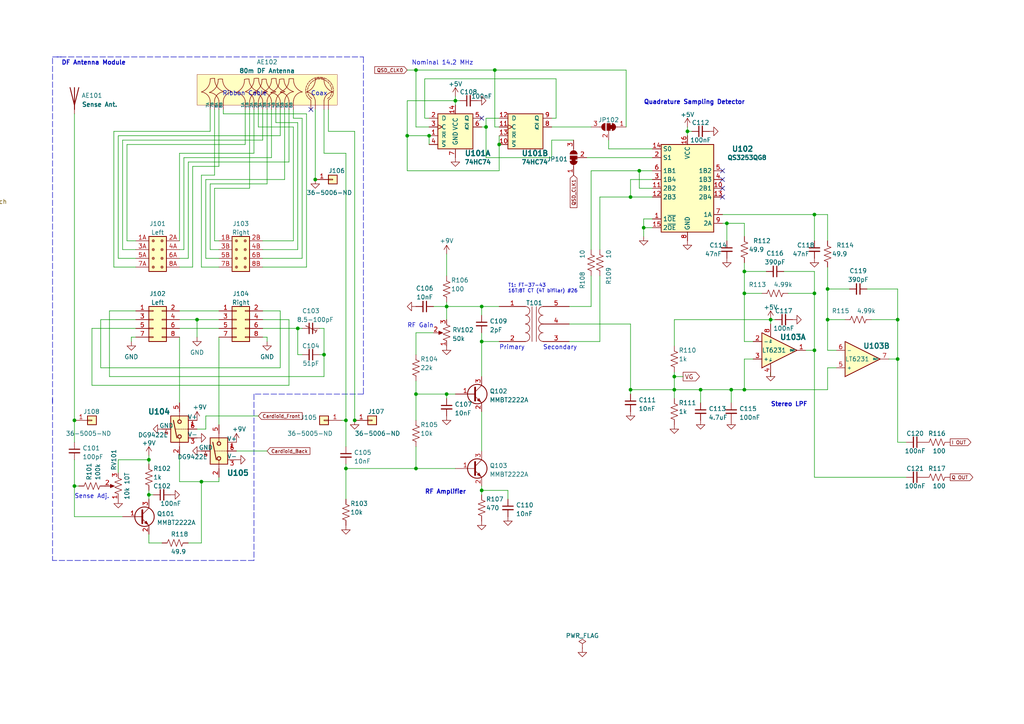
<source format=kicad_sch>
(kicad_sch (version 20211123) (generator eeschema)
  (paper "A4")
  (title_block (title "SignalSnagger") (date "2023-12-10") (rev "0.16"))
  (lib_symbols
    (symbol "74xx:74HC74" (pin_names (offset 1.016))
      (property "Reference" "U101" (at 2.54 -6.35 0))
      (property "Value" "74HC74" (at 2.54 -8.89 0))
      (symbol "74HC74_1_0"
        (pin input line (at -7.62 -1.27 0) (length 2.54) (name "~{R}") (number "1"))
        (pin power_in line (at 0 7.62 270) (length 2.54) (name "VCC") (number "14"))
        (pin input line (at -7.62 3.81 0) (length 2.54) (name "D") (number "2"))
        (pin input clock (at -7.62 1.27 0) (length 2.54) (name "C") (number "3"))
        (pin input line (at -7.62 -3.81 0) (length 2.54) (name "~{S}") (number "4"))
        (pin output line (at 7.62 3.81 180) (length 2.54) (name "Q") (number "5"))
        (pin output line (at 7.62 1.27 180) (length 2.54) (name "~{Q}") (number "6"))
        (pin power_in line (at 0 -7.62 90) (length 2.54) (name "GND") (number "7"))
      )
      (symbol "74HC74_2_0"
        (pin input line (at -7.62 -3.81 0) (length 2.54) (name "~{S}") (number "10"))
        (pin input clock (at -7.62 1.27 0) (length 2.54) (name "C") (number "11"))
        (pin input line (at -7.62 3.81 0) (length 2.54) (name "D") (number "12"))
        (pin input line (at -7.62 -1.27 0) (length 2.54) (name "~{R}") (number "13"))
        (pin output line (at 7.62 1.27 180) (length 2.54) (name "~{Q}") (number "8"))
        (pin output line (at 7.62 3.81 180) (length 2.54) (name "Q") (number "9"))
      )
    )
    (symbol "Amplifier_Operational:LT6231"
      (property "Reference" "U?" (at 5.08 5.08 0))
      (property "Value" "LT6231" (at 7.62 2.54 0))
      (symbol "LT6231_1_1"
        (pin output line (at 7.62 0 180) (length 2.54) (name "OUT") (number "1"))
        (pin input line (at -7.62 -2.54 0) (length 2.54) (name "-") (number "2"))
        (pin input line (at -7.62 2.54 0) (length 2.54) (name "+") (number "3"))
        (pin power_in line (at -2.54 7.62 270) (length 3.81) (name "V-") (number "4"))
        (pin power_in line (at -2.54 -7.62 90) (length 3.81) (name "V+") (number "8"))
      )
      (symbol "LT6231_2_1"
        (pin input line (at -7.62 2.54 0) (length 2.54) (name "+") (number "5"))
        (pin input line (at -7.62 -2.54 0) (length 2.54) (name "-") (number "6"))
        (pin output line (at 7.62 0 180) (length 2.54) (name "OUT") (number "7"))
      )
    )
    (symbol "Analog_Switch:DG9422DV" (pin_names (offset 0))
      (property "Reference" "U" (at -3.683 5.334 0))
      (property "Value" "DG9422DV" (at -3.683 3.556 0))
      (symbol "DG9422DV_1_0"
        (pin power_in line (at 2.54 -5.08 90) (length 2.54) (name "V+") (number "1"))
        (pin power_in line (at -2.54 -5.08 90) (length 2.54) (name "V-") (number "3"))
        (pin power_in line (at 0 5.08 270) (length 2.54) (name "GND") (number "4"))
      )
      (symbol "DG9422DV_1_1"
        (pin passive line (at -7.62 0 0) (length 2.54) (name "~") (number "2"))
        (pin passive line (at 7.62 0 180) (length 2.54) (name "~") (number "5"))
        (pin input line (at 0 -5.08 90) (length 2.54) (name "~") (number "6"))
      )
    )
    (symbol "Analog_Switch:SN74CBT3253"
      (property "Reference" "U" (at -7.62 13.97 0))
      (property "Value" "SN74CBT3253" (at -11.43 -13.97 0))
      (symbol "SN74CBT3253_1_1"
        (pin input line (at -10.16 -8.89 0) (length 2.54) (name "1~{OE}") (number "1"))
        (pin bidirectional line (at 10.16 0 180) (length 2.54) (name "2B1") (number "10"))
        (pin bidirectional line (at -10.16 0 0) (length 2.54) (name "2B2") (number "11"))
        (pin bidirectional line (at -10.16 -2.54 0) (length 2.54) (name "2B3") (number "12"))
        (pin bidirectional line (at 10.16 -2.54 180) (length 2.54) (name "2B4") (number "13"))
        (pin input line (at -10.16 11.43 0) (length 2.54) (name "S0") (number "14"))
        (pin input line (at -10.16 -11.43 0) (length 2.54) (name "2~{OE}") (number "15"))
        (pin power_in line (at 0 15.24 270) (length 2.54) (name "VCC") (number "16"))
        (pin input line (at -10.16 8.89 0) (length 2.54) (name "S1") (number "2"))
        (pin bidirectional line (at -10.16 2.54 0) (length 2.54) (name "1B4") (number "3"))
        (pin bidirectional line (at 10.16 2.54 180) (length 2.54) (name "1B3") (number "4"))
        (pin bidirectional line (at 10.16 5.08 180) (length 2.54) (name "1B2") (number "5"))
        (pin bidirectional line (at -10.16 5.08 0) (length 2.54) (name "1B1") (number "6"))
        (pin bidirectional line (at 10.16 -7.62 180) (length 2.54) (name "1A") (number "7"))
        (pin power_in line (at 0 -15.24 90) (length 2.54) (name "GND") (number "8"))
        (pin bidirectional line (at 10.16 -10.16 180) (length 2.54) (name "2A") (number "9"))
      )
    )
    (symbol "Connector:Plug_Male_Pins_02x04_Odd_Even_1" (pin_names (offset 1.016) hide)
      (property "Reference" "J101" (at 1.27 7.5098 0))
      (property "Value" "Plug_Male_Pins_02x04_Odd_Even_1" (at 1.27 4.9729 0))
      (symbol "Plug_Male_Pins_02x04_Odd_Even_1_1_1"
        (pin passive line (at -5.08 2.54 0) (length 3.81) (name "Pin_1") (number "1A"))
        (pin passive line (at 7.62 2.54 180) (length 3.81) (name "Pin_2") (number "2A"))
        (pin passive line (at -5.08 0 0) (length 3.81) (name "Pin_3") (number "3A"))
        (pin passive line (at 7.62 0 180) (length 3.81) (name "Pin_4") (number "4A"))
        (pin passive line (at -5.08 -2.54 0) (length 3.81) (name "Pin_5") (number "5A"))
        (pin passive line (at 7.62 -2.54 180) (length 3.81) (name "Pin_6") (number "6A"))
        (pin passive line (at -5.08 -5.08 0) (length 3.81) (name "Pin_7") (number "7A"))
        (pin passive line (at 7.62 -5.08 180) (length 3.81) (name "Pin_8") (number "8A"))
      )
    )
    (symbol "Connector:Plug_Male_Pins_02x04_Odd_Even_2" (pin_names (offset 1.016) hide)
      (property "Reference" "J103" (at 1.27 7.5098 0))
      (property "Value" "Plug_Male_Pins_02x04_Odd_Even_2" (at 1.27 4.9729 0))
      (symbol "Plug_Male_Pins_02x04_Odd_Even_2_1_1"
        (pin passive line (at -5.08 2.54 0) (length 3.81) (name "Pin_1") (number "1B"))
        (pin passive line (at 7.62 2.54 180) (length 3.81) (name "Pin_2") (number "2B"))
        (pin passive line (at -5.08 0 0) (length 3.81) (name "Pin_3") (number "3B"))
        (pin passive line (at 7.62 0 180) (length 3.81) (name "Pin_4") (number "4B"))
        (pin passive line (at -5.08 -2.54 0) (length 3.81) (name "Pin_5") (number "5B"))
        (pin passive line (at 7.62 -2.54 180) (length 3.81) (name "Pin_6") (number "6B"))
        (pin passive line (at -5.08 -5.08 0) (length 3.81) (name "Pin_7") (number "7B"))
        (pin passive line (at 7.62 -5.08 180) (length 3.81) (name "Pin_8") (number "8B"))
      )
    )
    (symbol "Connector_Generic:Conn_01x01" (pin_names (offset 1.016) hide)
      (property "Reference" "J" (at 0 2.54 0))
      (property "Value" "Conn_01x01" (at 0 -2.54 0))
      (symbol "Conn_01x01_1_1"
        (pin passive line (at -5.08 0 0) (length 3.81) (name "Pin_1") (number "1"))
      )
    )
    (symbol "Connector_Generic:Conn_02x04_Odd_Even" (pin_names (offset 1.016) hide)
      (property "Reference" "J" (at 1.27 5.08 0))
      (property "Value" "Conn_02x04_Odd_Even" (at 1.27 -7.62 0))
      (symbol "Conn_02x04_Odd_Even_1_1"
        (pin passive line (at -5.08 2.54 0) (length 3.81) (name "Pin_1") (number "1"))
        (pin passive line (at 7.62 2.54 180) (length 3.81) (name "Pin_2") (number "2"))
        (pin passive line (at -5.08 0 0) (length 3.81) (name "Pin_3") (number "3"))
        (pin passive line (at 7.62 0 180) (length 3.81) (name "Pin_4") (number "4"))
        (pin passive line (at -5.08 -2.54 0) (length 3.81) (name "Pin_5") (number "5"))
        (pin passive line (at 7.62 -2.54 180) (length 3.81) (name "Pin_6") (number "6"))
        (pin passive line (at -5.08 -5.08 0) (length 3.81) (name "Pin_7") (number "7"))
        (pin passive line (at 7.62 -5.08 180) (length 3.81) (name "Pin_8") (number "8"))
      )
    )
    (symbol "Device:Antenna" (pin_numbers hide) (pin_names (offset 1.016) hide)
      (property "Reference" "AE" (at -1.905 1.905 0))
      (property "Value" "Antenna" (at -1.905 0 0))
      (symbol "Antenna_1_1"
        (pin input line (at 0 -5.08 90) (length 2.54) (name "A") (number "1"))
      )
    )
    (symbol "Device:Antenna_80m_DF" (pin_numbers hide) (pin_names (offset 0))
      (property "Reference" "AE" (at 0 8.89 0))
      (property "Value" "Antenna_80m_DF" (at 1.27 6.35 0))
      (symbol "Antenna_80m_DF_1_1"
        (pin passive line (at -17.78 -5.08 90) (length 2.54) (name "7A") (number "1"))
        (pin passive line (at -1.27 -5.08 90) (length 2.54) (name "3B") (number "10"))
        (pin passive line (at 0 -5.08 90) (length 2.54) (name "4A") (number "11"))
        (pin passive line (at 1.27 -5.08 90) (length 2.54) (name "4B") (number "12"))
        (pin passive line (at 2.54 -5.08 90) (length 2.54) (name "5A") (number "13"))
        (pin passive line (at 3.81 -5.08 90) (length 2.54) (name "5B") (number "14"))
        (pin passive line (at 5.08 -5.08 90) (length 2.54) (name "6A") (number "15"))
        (pin passive line (at 6.35 -5.08 90) (length 2.54) (name "6B") (number "16"))
        (pin passive line (at 11.43 -5.08 90) (length 2.54) (name "~") (number "17"))
        (pin passive line (at 12.7 -5.08 90) (length 2.54) (name "~") (number "18"))
        (pin passive line (at 15.24 -5.08 90) (length 2.54) (name "~") (number "19"))
        (pin passive line (at -16.51 -5.08 90) (length 2.54) (name "7B") (number "2"))
        (pin passive line (at 16.51 -5.08 90) (length 2.54) (name "~") (number "20"))
        (pin passive line (at -15.24 -5.08 90) (length 2.54) (name "8A") (number "3"))
        (pin passive line (at -13.97 -5.08 90) (length 2.54) (name "8B") (number "4"))
        (pin passive line (at -7.62 -5.08 90) (length 2.54) (name "1A") (number "5"))
        (pin passive line (at -6.35 -5.08 90) (length 2.54) (name "1B") (number "6"))
        (pin passive line (at -5.08 -5.08 90) (length 2.54) (name "2A") (number "7"))
        (pin passive line (at -3.81 -5.08 90) (length 2.54) (name "2B") (number "8"))
        (pin passive line (at -2.54 -5.08 90) (length 2.54) (name "3A") (number "9"))
      )
    )
    (symbol "Device:C_Small" (pin_numbers hide) (pin_names (offset 0.254) hide)
      (property "Reference" "C" (at 0.254 1.778 0))
      (property "Value" "C_Small" (at 0.254 -2.032 0))
      (symbol "C_Small_1_1"
        (pin passive line (at 0 2.54 270) (length 2.032) (name "~") (number "1"))
        (pin passive line (at 0 -2.54 90) (length 2.032) (name "~") (number "2"))
      )
    )
    (symbol "Device:C_Trim_Small" (pin_numbers hide) (pin_names (offset 0.254) hide)
      (property "Reference" "C" (at 1.524 -2.032 0))
      (property "Value" "C_Trim_Small" (at 3.048 -3.556 0))
      (symbol "C_Trim_Small_1_1"
        (pin passive line (at 0 2.54 270) (length 2.032) (name "~") (number "1"))
        (pin passive line (at 0 -2.54 90) (length 2.032) (name "~") (number "2"))
      )
    )
    (symbol "Device:R_Potentiometer_US" (pin_names (offset 1.016) hide)
      (property "Reference" "RV" (at -4.445 0 90))
      (property "Value" "R_Potentiometer_US" (at -2.54 0 90))
      (symbol "R_Potentiometer_US_1_1"
        (pin passive line (at 0 3.81 270) (length 1.27) (name "1") (number "1"))
        (pin passive line (at 3.81 0 180) (length 1.27) (name "2") (number "2"))
        (pin passive line (at 0 -3.81 90) (length 1.27) (name "3") (number "3"))
      )
    )
    (symbol "Device:R_US" (pin_numbers hide) (pin_names (offset 0))
      (property "Reference" "R" (at 2.54 0 90))
      (property "Value" "R_US" (at -2.54 0 90))
      (symbol "R_US_1_1"
        (pin passive line (at 0 3.81 270) (length 1.27) (name "~") (number "1"))
        (pin passive line (at 0 -3.81 90) (length 1.27) (name "~") (number "2"))
      )
    )
    (symbol "Device:Transformer_1P_SS" (pin_names (offset 1.016) hide)
      (property "Reference" "T" (at 0 6.35 0))
      (property "Value" "Transformer_1P_SS" (at 0 -7.62 0))
      (symbol "Transformer_1P_SS_1_1"
        (pin passive line (at -10.16 5.08 0) (length 7.62) (name "AA") (number "1"))
        (pin passive line (at -10.16 -5.08 0) (length 7.62) (name "AB") (number "2"))
        (pin passive line (at 10.16 -5.08 180) (length 7.62) (name "SA") (number "3"))
        (pin passive line (at 10.16 0 180) (length 7.62) (name "SC") (number "4"))
        (pin passive line (at 10.16 5.08 180) (length 7.62) (name "SB") (number "5"))
      )
    )
    (symbol "Jumper:SolderJumper_3_Bridged12" (pin_names (offset 0) hide)
      (property "Reference" "JP" (at -2.54 -2.54 0))
      (property "Value" "SolderJumper_3_Bridged12" (at 0 2.794 0))
      (symbol "SolderJumper_3_Bridged12_1_1"
        (pin passive line (at -5.08 0 0) (length 2.54) (name "A") (number "1"))
        (pin passive line (at 0 -3.81 90) (length 2.54) (name "C") (number "2"))
        (pin passive line (at 5.08 0 180) (length 2.54) (name "B") (number "3"))
      )
    )
    (symbol "Transistor_BJT:2SC4213" (pin_names (offset 0) hide)
      (property "Reference" "Q" (at 5.08 1.905 0))
      (property "Value" "2SC4213" (at 5.08 0 0))
      (symbol "2SC4213_1_1"
        (pin input line (at -5.08 0 0) (length 5.715) (name "B") (number "1"))
        (pin passive line (at 2.54 -5.08 90) (length 2.54) (name "E") (number "2"))
        (pin passive line (at 2.54 5.08 270) (length 2.54) (name "C") (number "3"))
      )
    )
    (symbol "power:+5V" (power) (pin_names (offset 0))
      (property "Value" "+5V" (at 0 3.556 0))
      (symbol "+5V_1_1"
        (pin power_in line (at 0 0 90) (length 0) hide (name "+5V") (number "1"))
      )
    )
    (symbol "power:+9V" (power) (pin_names (offset 0))
      (property "Value" "+9V" (at 0 3.556 0))
      (symbol "+9V_1_1"
        (pin power_in line (at 0 0 90) (length 0) hide (name "+9V") (number "1"))
      )
    )
    (symbol "power:GND" (power) (pin_names (offset 0))
      (property "Value" "GND" (at 0 -3.81 0))
      (symbol "GND_1_1"
        (pin power_in line (at 0 0 270) (length 0) hide (name "GND") (number "1"))
      )
    )
    (symbol "power:PWR_FLAG" (power) (pin_numbers hide) (pin_names (offset 0) hide)
      (property "Value" "PWR_FLAG" (at 0 3.81 0))
      (symbol "PWR_FLAG_0_0"
        (pin power_out line (at 0 0 90) (length 0) (name "pwr") (number "1"))
      )
    )
  )
  (junction (at 195.58 113.03))
  (junction (at 144.78 41.91))
  (junction (at 124.46 39.37))
  (junction (at 215.9 85.09))
  (junction (at 236.22 62.23))
  (junction (at 223.52 92.71))
  (junction (at 129.54 88.9))
  (junction (at 215.9 113.03))
  (junction (at 139.7 88.9))
  (junction (at 260.35 92.71))
  (junction (at 236.22 85.09))
  (junction (at 260.35 104.14))
  (junction (at 129.54 114.3))
  (junction (at 91.44 52.07))
  (junction (at 57.15 92.71))
  (junction (at 140.97 36.83))
  (junction (at 58.42 139.7))
  (junction (at 120.65 114.3))
  (junction (at 43.18 143.51))
  (junction (at 86.36 95.25))
  (junction (at 240.03 83.82))
  (junction (at 236.22 101.6))
  (junction (at 203.2 113.03))
  (junction (at 182.88 57.15))
  (junction (at 195.58 109.22))
  (junction (at 212.09 113.03))
  (junction (at 240.03 92.71))
  (junction (at 185.42 49.53))
  (junction (at 132.08 29.21))
  (junction (at 100.33 135.89))
  (junction (at 93.98 102.87))
  (junction (at 102.87 121.92))
  (junction (at 21.59 140.97))
  (junction (at 139.7 99.06))
  (junction (at 199.39 38.1))
  (junction (at 182.88 113.03))
  (junction (at 43.18 133.35))
  (junction (at 186.69 66.04))
  (junction (at 210.82 64.77))
  (junction (at 100.33 121.92))
  (junction (at 21.59 121.92))
  (junction (at 120.65 135.89))
  (junction (at 139.7 142.24))
  (junction (at 215.9 78.74))
  (junction (at 143.51 20.32))
  (junction (at 120.65 20.32))
  (junction (at 118.11 39.37))
  (no_connect (at 139.7 34.29))
  (no_connect (at 90.17 31.75))
  (no_connect (at 209.55 54.61))
  (no_connect (at 209.55 57.15))
  (no_connect (at 209.55 49.53))
  (no_connect (at 209.55 52.07))
  (wire (pts (xy 189.23 49.53) (xy 185.42 49.53)))
  (wire (pts (xy 236.22 85.09) (xy 236.22 101.6)))
  (wire (pts (xy 21.59 121.92) (xy 21.59 128.27)))
  (wire (pts (xy 35.56 72.39) (xy 35.56 40.64)))
  (wire (pts (xy 215.9 68.58) (xy 215.9 64.77)))
  (polyline (pts (xy 16.51 16.51) (xy 17.78 16.51)))
  (wire (pts (xy 186.69 63.5) (xy 189.23 63.5)))
  (wire (pts (xy 129.54 114.3) (xy 120.65 114.3)))
  (wire (pts (xy 140.97 45.72) (xy 160.02 45.72)))
  (wire (pts (xy 182.88 113.03) (xy 182.88 114.3)))
  (wire (pts (xy 54.61 46.99) (xy 83.82 46.99)))
  (wire (pts (xy 54.61 74.93) (xy 52.07 74.93)))
  (wire (pts (xy 31.75 109.22) (xy 93.98 109.22)))
  (wire (pts (xy 82.55 31.75) (xy 82.55 52.07)))
  (wire (pts (xy 26.67 95.25) (xy 26.67 111.76)))
  (wire (pts (xy 76.2 77.47) (xy 88.9 77.47)))
  (wire (pts (xy 240.03 62.23) (xy 240.03 69.85)))
  (wire (pts (xy 87.63 34.29) (xy 87.63 74.93)))
  (wire (pts (xy 77.47 53.34) (xy 60.96 53.34)))
  (wire (pts (xy 43.18 157.48) (xy 43.18 154.94)))
  (wire (pts (xy 236.22 62.23) (xy 236.22 69.85)))
  (wire (pts (xy 215.9 104.14) (xy 215.9 113.03)))
  (wire (pts (xy 100.33 44.45) (xy 93.98 44.45)))
  (wire (pts (xy 39.37 92.71) (xy 29.21 92.71)))
  (wire (pts (xy 186.69 66.04) (xy 186.69 68.58)))
  (wire (pts (xy 29.21 106.68) (xy 81.28 106.68)))
  (wire (pts (xy 59.69 52.07) (xy 59.69 74.93)))
  (wire (pts (xy 62.23 69.85) (xy 63.5 69.85)))
  (wire (pts (xy 78.74 31.75) (xy 78.74 45.72)))
  (wire (pts (xy 240.03 83.82) (xy 246.38 83.82)))
  (wire (pts (xy 21.59 149.86) (xy 35.56 149.86)))
  (wire (pts (xy 171.45 88.9) (xy 171.45 80.01)))
  (wire (pts (xy 43.18 143.51) (xy 43.18 144.78)))
  (wire (pts (xy 86.36 72.39) (xy 86.36 35.56)))
  (wire (pts (xy 240.03 77.47) (xy 240.03 83.82)))
  (wire (pts (xy 182.88 57.15) (xy 182.88 52.07)))
  (wire (pts (xy 160.02 36.83) (xy 171.45 36.83)))
  (wire (pts (xy 236.22 62.23) (xy 240.03 62.23)))
  (wire (pts (xy 182.88 93.98) (xy 182.88 113.03)))
  (wire (pts (xy 236.22 101.6) (xy 233.68 101.6)))
  (wire (pts (xy 132.08 29.21) (xy 133.35 29.21)))
  (wire (pts (xy 92.71 95.25) (xy 93.98 95.25)))
  (wire (pts (xy 82.55 52.07) (xy 59.69 52.07)))
  (wire (pts (xy 85.09 69.85) (xy 85.09 36.83)))
  (wire (pts (xy 223.52 92.71) (xy 223.52 93.98)))
  (wire (pts (xy 77.47 31.75) (xy 77.47 53.34)))
  (wire (pts (xy 33.02 77.47) (xy 39.37 77.47)))
  (wire (pts (xy 143.51 20.32) (xy 120.65 20.32)))
  (wire (pts (xy 63.5 138.43) (xy 63.5 139.7)))
  (wire (pts (xy 181.61 36.83) (xy 181.61 20.32)))
  (wire (pts (xy 173.99 72.39) (xy 173.99 57.15)))
  (wire (pts (xy 215.9 85.09) (xy 215.9 99.06)))
  (wire (pts (xy 224.79 92.71) (xy 223.52 92.71)))
  (wire (pts (xy 36.83 69.85) (xy 36.83 41.91)))
  (wire (pts (xy 139.7 36.83) (xy 140.97 36.83)))
  (wire (pts (xy 58.42 50.8) (xy 58.42 77.47)))
  (wire (pts (xy 38.1 97.79) (xy 39.37 97.79)))
  (wire (pts (xy 215.9 113.03) (xy 240.03 113.03)))
  (wire (pts (xy 212.09 116.84) (xy 212.09 113.03)))
  (wire (pts (xy 77.47 97.79) (xy 76.2 97.79)))
  (wire (pts (xy 74.93 36.83) (xy 74.93 31.75)))
  (wire (pts (xy 260.35 83.82) (xy 260.35 92.71)))
  (wire (pts (xy 43.18 132.08) (xy 43.18 133.35)))
  (wire (pts (xy 43.18 142.24) (xy 43.18 143.51)))
  (wire (pts (xy 203.2 113.03) (xy 195.58 113.03)))
  (wire (pts (xy 120.65 102.87) (xy 120.65 96.52)))
  (wire (pts (xy 93.98 109.22) (xy 93.98 102.87)))
  (wire (pts (xy 132.08 29.21) (xy 132.08 30.48)))
  (wire (pts (xy 31.75 90.17) (xy 31.75 109.22)))
  (wire (pts (xy 160.02 40.64) (xy 166.37 40.64)))
  (wire (pts (xy 57.15 92.71) (xy 57.15 97.79)))
  (wire (pts (xy 83.82 92.71) (xy 76.2 92.71)))
  (wire (pts (xy 81.28 39.37) (xy 34.29 39.37)))
  (wire (pts (xy 139.7 99.06) (xy 144.78 99.06)))
  (wire (pts (xy 260.35 128.27) (xy 262.89 128.27)))
  (wire (pts (xy 240.03 106.68) (xy 242.57 106.68)))
  (wire (pts (xy 87.63 102.87) (xy 86.36 102.87)))
  (wire (pts (xy 118.11 39.37) (xy 118.11 29.21)))
  (wire (pts (xy 195.58 109.22) (xy 195.58 113.03)))
  (wire (pts (xy 227.33 78.74) (xy 236.22 78.74)))
  (wire (pts (xy 210.82 64.77) (xy 209.55 64.77)))
  (wire (pts (xy 59.69 120.65) (xy 59.69 124.46)))
  (wire (pts (xy 215.9 76.2) (xy 215.9 78.74)))
  (wire (pts (xy 43.18 143.51) (xy 44.45 143.51)))
  (wire (pts (xy 139.7 119.38) (xy 139.7 130.81)))
  (wire (pts (xy 100.33 134.62) (xy 100.33 135.89)))
  (wire (pts (xy 64.77 31.75) (xy 64.77 33.02)))
  (wire (pts (xy 21.59 133.35) (xy 21.59 140.97)))
  (wire (pts (xy 93.98 102.87) (xy 93.98 95.25)))
  (polyline (pts (xy 73.66 162.56) (xy 15.24 162.56)))
  (wire (pts (xy 144.78 39.37) (xy 144.78 41.91)))
  (wire (pts (xy 218.44 104.14) (xy 215.9 104.14)))
  (wire (pts (xy 52.07 132.08) (xy 52.07 139.7)))
  (wire (pts (xy 52.07 72.39) (xy 53.34 72.39)))
  (wire (pts (xy 76.2 40.64) (xy 76.2 31.75)))
  (wire (pts (xy 209.55 62.23) (xy 236.22 62.23)))
  (wire (pts (xy 81.28 106.68) (xy 81.28 90.17)))
  (wire (pts (xy 129.54 114.3) (xy 129.54 115.57)))
  (wire (pts (xy 83.82 92.71) (xy 83.82 111.76)))
  (wire (pts (xy 76.2 95.25) (xy 86.36 95.25)))
  (polyline (pts (xy 15.24 116.84) (xy 15.24 16.51)))
  (wire (pts (xy 34.29 133.35) (xy 43.18 133.35)))
  (wire (pts (xy 54.61 46.99) (xy 54.61 74.93)))
  (wire (pts (xy 35.56 72.39) (xy 39.37 72.39)))
  (wire (pts (xy 182.88 52.07) (xy 189.23 52.07)))
  (wire (pts (xy 59.69 74.93) (xy 63.5 74.93)))
  (wire (pts (xy 62.23 54.61) (xy 72.39 54.61)))
  (wire (pts (xy 100.33 135.89) (xy 100.33 144.78)))
  (wire (pts (xy 55.88 48.26) (xy 55.88 77.47)))
  (wire (pts (xy 52.07 69.85) (xy 52.07 44.45)))
  (wire (pts (xy 62.23 31.75) (xy 62.23 50.8)))
  (wire (pts (xy 77.47 99.06) (xy 77.47 97.79)))
  (wire (pts (xy 251.46 83.82) (xy 260.35 83.82)))
  (wire (pts (xy 43.18 133.35) (xy 43.18 134.62)))
  (wire (pts (xy 129.54 88.9) (xy 129.54 92.71)))
  (wire (pts (xy 139.7 91.44) (xy 139.7 88.9)))
  (wire (pts (xy 100.33 121.92) (xy 99.06 121.92)))
  (wire (pts (xy 182.88 113.03) (xy 195.58 113.03)))
  (wire (pts (xy 63.5 95.25) (xy 52.07 95.25)))
  (wire (pts (xy 161.29 22.86) (xy 161.29 34.29)))
  (wire (pts (xy 125.73 88.9) (xy 129.54 88.9)))
  (wire (pts (xy 58.42 157.48) (xy 58.42 139.7)))
  (wire (pts (xy 199.39 38.1) (xy 199.39 39.37)))
  (wire (pts (xy 120.65 36.83) (xy 124.46 36.83)))
  (wire (pts (xy 139.7 142.24) (xy 139.7 143.51)))
  (wire (pts (xy 95.25 38.1) (xy 102.87 38.1)))
  (wire (pts (xy 60.96 53.34) (xy 60.96 72.39)))
  (wire (pts (xy 118.11 29.21) (xy 132.08 29.21)))
  (wire (pts (xy 215.9 113.03) (xy 212.09 113.03)))
  (wire (pts (xy 123.19 34.29) (xy 123.19 22.86)))
  (wire (pts (xy 34.29 137.16) (xy 34.29 133.35)))
  (wire (pts (xy 140.97 36.83) (xy 140.97 45.72)))
  (wire (pts (xy 81.28 31.75) (xy 81.28 39.37)))
  (wire (pts (xy 176.53 43.18) (xy 176.53 40.64)))
  (wire (pts (xy 29.21 92.71) (xy 29.21 106.68)))
  (wire (pts (xy 64.77 33.02) (xy 88.9 33.02)))
  (wire (pts (xy 173.99 99.06) (xy 173.99 80.01)))
  (wire (pts (xy 257.81 104.14) (xy 260.35 104.14)))
  (wire (pts (xy 195.58 113.03) (xy 195.58 115.57)))
  (wire (pts (xy 59.69 124.46) (xy 57.15 124.46)))
  (wire (pts (xy 124.46 34.29) (xy 123.19 34.29)))
  (wire (pts (xy 86.36 95.25) (xy 87.63 95.25)))
  (wire (pts (xy 95.25 31.75) (xy 95.25 38.1)))
  (wire (pts (xy 203.2 116.84) (xy 203.2 113.03)))
  (wire (pts (xy 57.15 92.71) (xy 63.5 92.71)))
  (wire (pts (xy 218.44 99.06) (xy 215.9 99.06)))
  (wire (pts (xy 52.07 90.17) (xy 63.5 90.17)))
  (wire (pts (xy 43.18 157.48) (xy 46.99 157.48)))
  (wire (pts (xy 129.54 87.63) (xy 129.54 88.9)))
  (wire (pts (xy 53.34 72.39) (xy 53.34 45.72)))
  (wire (pts (xy 236.22 101.6) (xy 236.22 138.43)))
  (wire (pts (xy 189.23 57.15) (xy 182.88 57.15)))
  (wire (pts (xy 36.83 41.91) (xy 71.12 41.91)))
  (wire (pts (xy 83.82 31.75) (xy 83.82 46.99)))
  (wire (pts (xy 102.87 38.1) (xy 102.87 121.92)))
  (wire (pts (xy 73.66 44.45) (xy 73.66 31.75)))
  (wire (pts (xy 161.29 34.29) (xy 160.02 34.29)))
  (wire (pts (xy 52.07 92.71) (xy 57.15 92.71)))
  (wire (pts (xy 120.65 114.3) (xy 120.65 121.92)))
  (wire (pts (xy 87.63 34.29) (xy 85.09 34.29)))
  (wire (pts (xy 26.67 111.76) (xy 83.82 111.76)))
  (wire (pts (xy 195.58 107.95) (xy 195.58 109.22)))
  (wire (pts (xy 62.23 50.8) (xy 58.42 50.8)))
  (wire (pts (xy 195.58 92.71) (xy 223.52 92.71)))
  (wire (pts (xy 124.46 39.37) (xy 124.46 41.91)))
  (wire (pts (xy 100.33 135.89) (xy 120.65 135.89)))
  (polyline (pts (xy 105.41 114.3) (xy 73.66 114.3)))
  (wire (pts (xy 147.32 144.78) (xy 147.32 142.24)))
  (polyline (pts (xy 73.66 114.3) (xy 73.66 162.56)))
  (wire (pts (xy 195.58 109.22) (xy 198.12 109.22)))
  (wire (pts (xy 132.08 27.94) (xy 132.08 29.21)))
  (wire (pts (xy 129.54 73.66) (xy 129.54 80.01)))
  (wire (pts (xy 147.32 142.24) (xy 139.7 142.24)))
  (wire (pts (xy 76.2 72.39) (xy 86.36 72.39)))
  (wire (pts (xy 139.7 88.9) (xy 144.78 88.9)))
  (polyline (pts (xy 105.41 16.51) (xy 105.41 114.3)))
  (wire (pts (xy 72.39 54.61) (xy 72.39 31.75)))
  (wire (pts (xy 53.34 45.72) (xy 78.74 45.72)))
  (wire (pts (xy 215.9 85.09) (xy 215.9 78.74)))
  (wire (pts (xy 143.51 36.83) (xy 143.51 20.32)))
  (wire (pts (xy 86.36 102.87) (xy 86.36 95.25)))
  (wire (pts (xy 140.97 36.83) (xy 140.97 34.29)))
  (wire (pts (xy 171.45 49.53) (xy 185.42 49.53)))
  (wire (pts (xy 81.28 90.17) (xy 76.2 90.17)))
  (wire (pts (xy 186.69 63.5) (xy 186.69 66.04)))
  (wire (pts (xy 189.23 43.18) (xy 176.53 43.18)))
  (wire (pts (xy 252.73 92.71) (xy 260.35 92.71)))
  (wire (pts (xy 21.59 140.97) (xy 22.86 140.97)))
  (wire (pts (xy 39.37 95.25) (xy 26.67 95.25)))
  (wire (pts (xy 170.18 45.72) (xy 189.23 45.72)))
  (wire (pts (xy 240.03 101.6) (xy 242.57 101.6)))
  (wire (pts (xy 63.5 48.26) (xy 55.88 48.26)))
  (wire (pts (xy 58.42 77.47) (xy 63.5 77.47)))
  (wire (pts (xy 68.58 130.81) (xy 77.47 130.81)))
  (wire (pts (xy 236.22 138.43) (xy 262.89 138.43)))
  (wire (pts (xy 120.65 129.54) (xy 120.65 135.89)))
  (wire (pts (xy 59.69 120.65) (xy 74.93 120.65)))
  (wire (pts (xy 160.02 45.72) (xy 160.02 40.64)))
  (wire (pts (xy 39.37 90.17) (xy 31.75 90.17)))
  (wire (pts (xy 35.56 40.64) (xy 76.2 40.64)))
  (wire (pts (xy 52.07 44.45) (xy 73.66 44.45)))
  (wire (pts (xy 63.5 31.75) (xy 63.5 48.26)))
  (wire (pts (xy 199.39 36.83) (xy 199.39 38.1)))
  (wire (pts (xy 215.9 64.77) (xy 210.82 64.77)))
  (wire (pts (xy 236.22 78.74) (xy 236.22 85.09)))
  (wire (pts (xy 33.02 38.1) (xy 60.96 38.1)))
  (wire (pts (xy 34.29 74.93) (xy 39.37 74.93)))
  (wire (pts (xy 240.03 92.71) (xy 240.03 101.6)))
  (wire (pts (xy 93.98 31.75) (xy 93.98 44.45)))
  (wire (pts (xy 71.12 41.91) (xy 71.12 31.75)))
  (wire (pts (xy 21.59 33.02) (xy 21.59 121.92)))
  (wire (pts (xy 195.58 100.33) (xy 195.58 92.71)))
  (wire (pts (xy 144.78 49.53) (xy 118.11 49.53)))
  (wire (pts (xy 185.42 54.61) (xy 189.23 54.61)))
  (wire (pts (xy 199.39 38.1) (xy 200.66 38.1)))
  (wire (pts (xy 165.1 93.98) (xy 182.88 93.98)))
  (wire (pts (xy 60.96 72.39) (xy 63.5 72.39)))
  (wire (pts (xy 120.65 20.32) (xy 120.65 36.83)))
  (wire (pts (xy 100.33 129.54) (xy 100.33 121.92)))
  (wire (pts (xy 260.35 104.14) (xy 260.35 128.27)))
  (wire (pts (xy 63.5 139.7) (xy 58.42 139.7)))
  (wire (pts (xy 215.9 78.74) (xy 222.25 78.74)))
  (wire (pts (xy 80.01 35.56) (xy 80.01 31.75)))
  (wire (pts (xy 38.1 99.06) (xy 38.1 97.79)))
  (wire (pts (xy 186.69 66.04) (xy 189.23 66.04)))
  (wire (pts (xy 120.65 110.49) (xy 120.65 114.3)))
  (wire (pts (xy 88.9 33.02) (xy 88.9 77.47)))
  (wire (pts (xy 223.52 109.22) (xy 223.52 107.95)))
  (wire (pts (xy 21.59 149.86) (xy 21.59 140.97)))
  (wire (pts (xy 139.7 88.9) (xy 129.54 88.9)))
  (wire (pts (xy 60.96 38.1) (xy 60.96 31.75)))
  (wire (pts (xy 260.35 92.71) (xy 260.35 104.14)))
  (wire (pts (xy 185.42 49.53) (xy 185.42 54.61)))
  (wire (pts (xy 33.02 38.1) (xy 33.02 77.47)))
  (wire (pts (xy 118.11 49.53) (xy 118.11 39.37)))
  (wire (pts (xy 34.29 39.37) (xy 34.29 74.93)))
  (wire (pts (xy 212.09 113.03) (xy 203.2 113.03)))
  (wire (pts (xy 129.54 114.3) (xy 132.08 114.3)))
  (wire (pts (xy 140.97 34.29) (xy 144.78 34.29)))
  (wire (pts (xy 39.37 69.85) (xy 36.83 69.85)))
  (wire (pts (xy 120.65 96.52) (xy 125.73 96.52)))
  (wire (pts (xy 240.03 92.71) (xy 245.11 92.71)))
  (wire (pts (xy 139.7 99.06) (xy 139.7 109.22)))
  (wire (pts (xy 86.36 35.56) (xy 80.01 35.56)))
  (wire (pts (xy 123.19 22.86) (xy 161.29 22.86)))
  (wire (pts (xy 139.7 140.97) (xy 139.7 142.24)))
  (wire (pts (xy 144.78 41.91) (xy 144.78 49.53)))
  (wire (pts (xy 52.07 97.79) (xy 52.07 116.84)))
  (wire (pts (xy 165.1 88.9) (xy 171.45 88.9)))
  (wire (pts (xy 63.5 97.79) (xy 63.5 123.19)))
  (wire (pts (xy 87.63 74.93) (xy 76.2 74.93)))
  (polyline (pts (xy 15.24 115.57) (xy 15.24 162.56)))
  (wire (pts (xy 118.11 20.32) (xy 120.65 20.32)))
  (wire (pts (xy 92.71 102.87) (xy 93.98 102.87)))
  (wire (pts (xy 85.09 34.29) (xy 85.09 31.75)))
  (wire (pts (xy 240.03 106.68) (xy 240.03 113.03)))
  (wire (pts (xy 52.07 77.47) (xy 55.88 77.47)))
  (wire (pts (xy 215.9 85.09) (xy 220.98 85.09)))
  (wire (pts (xy 100.33 44.45) (xy 100.33 121.92)))
  (wire (pts (xy 165.1 99.06) (xy 173.99 99.06)))
  (wire (pts (xy 173.99 57.15) (xy 182.88 57.15)))
  (wire (pts (xy 124.46 39.37) (xy 118.11 39.37)))
  (wire (pts (xy 132.08 135.89) (xy 120.65 135.89)))
  (wire (pts (xy 62.23 69.85) (xy 62.23 54.61)))
  (wire (pts (xy 144.78 36.83) (xy 143.51 36.83)))
  (wire (pts (xy 91.44 31.75) (xy 91.44 52.07)))
  (wire (pts (xy 85.09 36.83) (xy 74.93 36.83)))
  (wire (pts (xy 240.03 83.82) (xy 240.03 92.71)))
  (wire (pts (xy 171.45 72.39) (xy 171.45 49.53)))
  (wire (pts (xy 54.61 157.48) (xy 58.42 157.48)))
  (wire (pts (xy 181.61 20.32) (xy 143.51 20.32)))
  (wire (pts (xy 139.7 96.52) (xy 139.7 99.06)))
  (wire (pts (xy 52.07 139.7) (xy 58.42 139.7)))
  (wire (pts (xy 210.82 64.77) (xy 210.82 69.85)))
  (wire (pts (xy 85.09 69.85) (xy 76.2 69.85)))
  (wire (pts (xy 228.6 85.09) (xy 236.22 85.09)))
  (polyline (pts (xy 15.24 16.51) (xy 105.41 16.51)))
  (text "DF Antenna Module" (at 17.78 19.05 0) (effects (font (size 1.27 1.27) (thickness 0.254) bold) (justify left bottom)))
  (text "RF Gain" (at 118.11 95.25 0) (effects (font (size 1.27 1.27)) (justify left bottom)))
  (text "Stereo LPF" (at 223.52 118.11 0) (effects (font (size 1.27 1.27) (thickness 0.254) bold) (justify left bottom)))
  (text "Secondary" (at 157.48 101.6 0) (effects (font (size 1.27 1.27)) (justify left bottom)))
  (text "Nominal 14.2 MHz" (at 119.38 19.05 0) (effects (font (size 1.27 1.27)) (justify left bottom)))
  (text "Coax" (at 90.17 27.94 0) (effects (font (size 1.27 1.27)) (justify left bottom)))
  (text "RF Amplifier" (at 123.19 143.51 0) (effects (font (size 1.27 1.27) (thickness 0.254) bold) (justify left bottom)))
  (text "Quadrature Sampling Detector" (at 186.69 30.48 0) (effects (font (size 1.27 1.27) (thickness 0.254) bold) (justify left bottom)))
  (text "T1: FT-37-43\n16T:8T CT (4T bifilar) #26" (at 147.32 85.09 0) (effects (font (size 1 1)) (justify left bottom)))
  (text "Primary" (at 144.78 101.6 0) (effects (font (size 1.27 1.27)) (justify left bottom)))
  (text "Ribbon Cable" (at 77.47 27.94 180) (effects (font (size 1.27 1.27)) (justify right bottom)))
  (text "Sense Adj." (at 21.59 144.78 0) (effects (font (size 1.27 1.27)) (justify left bottom)))
  (global_label "Cardioid_Back" (shape input) (at 77.47 130.81 0) (effects (font (size 1 1))) (property "Intersheet References" "${INTERSHEET_REFS}" (effects hide)))
  (global_label "VG" (shape output) (at 198.12 109.22 0) (property "Intersheet References" "${INTERSHEET_REFS}" (effects hide)))
  (global_label "QSD_CLK0" (shape input) (at 118.11 20.32 180) (effects (font (size 1 1))) (property "Intersheet References" "${INTERSHEET_REFS}" (effects hide)))
  (global_label "Cardioid_Front" (shape input) (at 74.93 120.65 0) (effects (font (size 1 1))) (property "Intersheet References" "${INTERSHEET_REFS}" (effects hide)))
  (global_label "Q OUT" (shape output) (at 275.59 138.43 0) (effects (font (size 1 1))) (property "Intersheet References" "${INTERSHEET_REFS}" (effects hide)))
  (global_label "I OUT" (shape output) (at 275.59 128.27 0) (effects (font (size 1 1))) (property "Intersheet References" "${INTERSHEET_REFS}" (effects hide)))
  (global_label "QSD_CLK1" (shape input) (at 166.37 50.8 270) (effects (font (size 1 1))) (property "Intersheet References" "${INTERSHEET_REFS}" (effects hide)))
  (symbol (lib_id "power:GND") (at 38.1 99.06 0) (unit 1)
    (property "Reference" "#PWR0102" (effects hide))
    (property "Value" "GND" (at 38.1 103.5034 0))
  )
  (symbol (lib_id "Device:C_Small") (at 139.7 93.98 0) (unit 1)
    (property "Reference" "C109" (at 142.0241 93.1516 0) (effects (justify left)))
    (property "Value" "2pF" (at 142.0241 95.6885 0) (effects (justify left)))
  )
  (symbol (lib_id "power:GND") (at 199.39 69.85 0) (mirror y) (unit 1)
    (property "Reference" "#PWR0123" (effects hide))
    (property "Value" "GND" (effects hide))
  )
  (symbol (lib_id "Amplifier_Operational:LT6231") (at 226.06 101.6 0) (mirror x) (unit 1)
    (property "Reference" "U103" (at 226.06 97.79 0) (effects (font (size 1.524 1.524) bold) (justify left)))
    (property "Value" "LT6231" (at 220.98 101.6 0) (effects (justify left)))
    (property "Footprint" "Package_TO_SOT_SMD:TSOT-23-6" (effects hide))
    (property "Datasheet" "https://www.analog.com/media/en/technical-documentation/data-sheets/623012fc.pdf" (effects hide))
  )
  (symbol (lib_id "Device:C_Small") (at 203.2 38.1 90) (unit 1)
    (property "Reference" "C112" (at 203.2 35.56 90))
    (property "Value" "100nF" (at 203.2 40.64 90))
  )
  (symbol (lib_id "Device:R_US") (at 271.78 138.43 90) (unit 1)
    (property "Reference" "R117" (at 274.32 135.89 90) (effects (justify left)))
    (property "Value" "100" (at 274.32 140.97 90) (effects (justify left)))
  )
  (symbol (lib_id "Device:C_Small") (at 135.89 29.21 90) (unit 1)
    (property "Reference" "C108" (at 135.89 26.67 90))
    (property "Value" "100nF" (at 139.7 27.94 90))
  )
  (symbol (lib_id "Connector_Generic:Conn_01x01") (at 93.98 121.92 0) (mirror y) (unit 1)
    (property "Reference" "J105" (at 91.948 121.0853 0) (effects (justify left)))
    (property "Value" "36-5005-ND" (at 96.52 125.73 0) (effects (justify left)))
  )
  (symbol (lib_id "power:GND") (at 68.58 133.35 90) (mirror x) (unit 1)
    (property "Reference" "#PWR0139" (effects hide))
    (property "Value" "GND" (effects hide))
  )
  (symbol (lib_id "Amplifier_Operational:LT6231") (at 250.19 104.14 0) (mirror x) (unit 2)
    (property "Reference" "U103" (at 250.19 100.33 0) (effects (font (size 1.524 1.524) bold) (justify left)))
    (property "Value" "LT6231" (at 245.11 104.14 0) (effects (justify left)))
    (property "Footprint" "Package_TO_SOT_SMD:TSOT-23-6" (effects hide))
    (property "Datasheet" "https://www.analog.com/media/en/technical-documentation/data-sheets/623012fc.pdf" (effects hide))
  )
  (symbol (lib_id "Device:R_US") (at 100.33 148.59 0) (unit 1)
    (property "Reference" "R103" (at 101.6 146.05 0) (effects (justify left)))
    (property "Value" "10k" (at 101.6 148.59 0) (effects (justify left)))
  )
  (symbol (lib_id "Device:R_Potentiometer_US") (at 129.54 96.52 180) (unit 1)
    (property "Reference" "RV102" (at 131.191 95.6853 0) (effects (justify right)))
    (property "Value" "50k" (at 131.191 98.2222 0) (effects (justify right)))
    (property "Datasheet" "Consider digital pot: AD5280BRUZ50" (effects hide))
  )
  (symbol (lib_id "power:GND") (at 120.65 88.9 270) (mirror x) (unit 1)
    (property "Reference" "#PWR0109" (effects hide))
    (property "Value" "GND" (effects hide))
  )
  (symbol (lib_id "power:GND") (at 147.32 149.86 0) (mirror y) (unit 1)
    (property "Reference" "#PWR0117" (effects hide))
    (property "Value" "GND" (effects hide))
  )
  (symbol (lib_id "power:+5V") (at 199.39 36.83 0) (unit 1)
    (property "Reference" "#PWR0122" (effects hide))
    (property "Value" "+5V" (at 199.39 33.2542 0))
  )
  (symbol (lib_id "Device:C_Small") (at 210.82 72.39 0) (unit 1)
    (property "Reference" "C114" (at 205.74 71.12 0) (effects (justify left)))
    (property "Value" "47nF" (at 204.47 73.66 0) (effects (justify left)))
  )
  (symbol (lib_id "Analog_Switch:SN74CBT3253") (at 199.39 54.61 0) (unit 1)
    (property "Reference" "U102" (at 212.09 43.18 0) (effects (font (size 1.524 1.524) bold) (justify left)))
    (property "Value" "QS3253QG8" (at 210.82 45.72 0) (effects (font bold) (justify left)))
    (property "Datasheet" "http://www.ti.com/lit/gpn/sn74cbt3253" (effects hide))
  )
  (symbol (lib_id "Device:R_US") (at 120.65 106.68 0) (unit 1)
    (property "Reference" "R104" (at 121.92 104.14 0) (effects (justify left)))
    (property "Value" "22k" (at 121.92 106.68 0) (effects (justify left)))
  )
  (symbol (lib_id "power:PWR_FLAG") (at 168.91 187.96 0) (unit 1)
    (property "Reference" "#FLG0102" (effects hide))
    (property "Value" "PWR_FLAG" (at 168.91 184.3842 0))
  )
  (symbol (lib_id "power:GND") (at 34.29 144.78 0) (unit 1)
    (property "Reference" "#PWR0101" (effects hide))
    (property "Value" "GND" (effects hide))
  )
  (symbol (lib_id "Connector_Generic:Conn_02x04_Odd_Even") (at 68.58 92.71 0) (unit 1)
    (property "Reference" "J104" (at 69.85 85.2002 0))
    (property "Value" "Right" (at 69.85 87.7371 0))
  )
  (symbol (lib_id "Device:R_US") (at 195.58 119.38 0) (unit 1)
    (property "Reference" "R111" (at 196.85 116.84 0) (effects (justify left)))
    (property "Value" "1k" (at 196.85 119.38 0) (effects (justify left)))
  )
  (symbol (lib_id "power:GND") (at 138.43 29.21 90) (mirror x) (unit 1)
    (property "Reference" "#PWR0116" (effects hide))
    (property "Value" "GND" (effects hide))
  )
  (symbol (lib_id "Device:C_Trim_Small") (at 90.17 95.25 270) (unit 1)
    (property "Reference" "C103" (at 90.17 90.17 90))
    (property "Value" "8.5-100pF" (at 91.44 92.71 90))
    (property "Link" "https://www.jameco.com/z/CTC07RB-100-Jameco-ValuePro-Capacitor-Ceramic-Trimmer-8mm-8-5-100pf-250-Volt-Color-Purple_94449.html" (effects hide))
    (property "Manufacturer PN" "CTC07RB-100" (effects hide))
  )
  (symbol (lib_id "power:GND") (at 203.2 121.92 0) (mirror y) (unit 1)
    (property "Reference" "#PWR0124" (effects hide))
    (property "Value" "GND" (effects hide))
  )
  (symbol (lib_id "Device:C_Small") (at 265.43 128.27 270) (unit 1)
    (property "Reference" "C120" (at 265.43 125.73 90))
    (property "Value" "100nF" (at 265.43 130.81 90))
  )
  (symbol (lib_id "power:GND") (at 229.87 92.71 90) (mirror x) (unit 1)
    (property "Reference" "#PWR0130" (effects hide))
    (property "Value" "GND" (effects hide))
  )
  (symbol (lib_id "Transistor_BJT:2SC4213") (at 40.64 149.86 0) (unit 1)
    (property "Reference" "Q101" (at 45.4914 149.0253 0) (effects (justify left)))
    (property "Value" "MMBT2222A" (at 45.4914 151.5622 0) (effects (justify left)))
    (property "Footprint" "Package_TO_SOT_SMD:SOT-323_SC-70" (effects hide))
    (property "Datasheet" "https://toshiba.semicon-storage.com/info/docget.jsp?did=19305&prodName=2SC4213" (effects hide))
  )
  (symbol (lib_id "Connector:Plug_Male_Pins_02x04_Odd_Even_1") (at 44.45 72.39 0) (unit 1)
    (property "Reference" "J101" (at 45.72 64.8802 0))
    (property "Value" "Left" (at 45.72 67.4171 0))
    (property "Link" "https://www.amazon.com/Pc-Accessories-Connectors-25-Pack-Connector/dp/B017CMPM1A/ref=sr_1_6?crid=S1Z1ZII1BE7&amp&keywords=8+pin+ribbon+cable+connector&amp&qid=1696200292&amp&sprefix=8+pin+ribbon+cable+connector%2Caps%2C142&amp&sr=8-6" (effects hide))
  )
  (symbol (lib_id "power:GND") (at 57.15 127 90) (mirror x) (unit 1)
    (property "Reference" "#PWR0136" (effects hide))
    (property "Value" "GND" (effects hide))
  )
  (symbol (lib_id "Analog_Switch:DG9422DV") (at 52.07 124.46 90) (unit 1)
    (property "Reference" "U104" (at 49.53 119.38 90) (effects (font (size 1.57 1.57) bold) (justify left)))
    (property "Value" "DG9422E" (at 48.7681 126.1622 90) (effects (justify left)))
    (property "Footprint" "Package_SO:TSOP-6_1.65x3.05mm_P0.95mm" (effects hide))
    (property "Datasheet" "https://www.vishay.com/docs/70679/dg9421.pdf" (effects hide))
  )
  (symbol (lib_id "74xx:74HC74") (at 152.4 38.1 0) (unit 2)
    (property "Reference" "U101" (at 151.13 44.45 0) (effects (font (size 1.524 1.524) bold) (justify left)))
    (property "Value" "74HC74" (at 151.13 46.99 0) (effects (font bold) (justify left)))
    (property "Datasheet" "74xx/74hc_hct74.pdf" (effects hide))
  )
  (symbol (lib_id "Device:R_US") (at 271.78 128.27 90) (unit 1)
    (property "Reference" "R116" (at 274.32 125.73 90) (effects (justify left)))
    (property "Value" "100" (at 274.32 130.81 90) (effects (justify left)))
  )
  (symbol (lib_id "power:+9V") (at 129.54 73.66 0) (unit 1)
    (property "Reference" "#PWR0110" (effects hide))
    (property "Value" "+9V" (at 129.54 69.85 0))
  )
  (symbol (lib_id "power:GND") (at 212.09 121.92 0) (mirror y) (unit 1)
    (property "Reference" "#PWR0127" (effects hide))
    (property "Value" "GND" (effects hide))
  )
  (symbol (lib_id "power:+5V") (at 132.08 27.94 0) (unit 1)
    (property "Reference" "#PWR0113" (effects hide))
    (property "Value" "+5V" (at 132.08 24.3642 0))
  )
  (symbol (lib_id "Device:R_US") (at 129.54 83.82 0) (unit 1)
    (property "Reference" "R106" (at 130.81 81.28 0) (effects (justify left)))
    (property "Value" "100" (at 130.81 83.82 0) (effects (justify left)))
  )
  (symbol (lib_id "Device:C_Small") (at 227.33 92.71 90) (unit 1)
    (property "Reference" "C117" (at 227.33 90.17 90))
    (property "Value" "100nF" (at 227.33 95.25 90))
  )
  (symbol (lib_id "Device:C_Small") (at 46.99 143.51 90) (unit 1)
    (property "Reference" "C102" (at 46.99 140.97 90))
    (property "Value" "100nF" (at 49.53 146.05 90))
  )
  (symbol (lib_id "Device:R_US") (at 26.67 140.97 90) (unit 1)
    (property "Reference" "R101" (at 25.8353 139.319 0) (effects (justify left)))
    (property "Value" "100k" (at 28.3722 139.319 0) (effects (justify left)))
  )
  (symbol (lib_id "power:GND") (at 195.58 123.19 0) (mirror y) (unit 1)
    (property "Reference" "#PWR0121" (effects hide))
    (property "Value" "GND" (effects hide))
  )
  (symbol (lib_id "Device:C_Small") (at 248.92 83.82 270) (unit 1)
    (property "Reference" "C119" (at 248.9136 78.5581 90))
    (property "Value" "390pF" (at 248.9136 81.095 90))
  )
  (symbol (lib_id "power:GND") (at 210.82 74.93 0) (mirror y) (unit 1)
    (property "Reference" "#PWR0126" (effects hide))
    (property "Value" "GND" (effects hide))
  )
  (symbol (lib_id "power:GND") (at 58.42 130.81 270) (unit 1)
    (property "Reference" "#PWR0137" (effects hide))
    (property "Value" "GND" (effects hide))
  )
  (symbol (lib_id "power:GND") (at 57.15 97.79 0) (unit 1)
    (property "Reference" "#PWR0107" (effects hide))
    (property "Value" "GND" (at 57.15 102.2334 0))
  )
  (symbol (lib_id "Device:C_Small") (at 265.43 138.43 270) (unit 1)
    (property "Reference" "C121" (at 265.43 135.89 90))
    (property "Value" "100nF" (at 265.43 140.97 90))
  )
  (symbol (lib_id "74xx:74HC74") (at 132.08 38.1 0) (unit 1)
    (property "Reference" "U101" (at 134.62 44.45 0) (effects (font (size 1.524 1.524) bold) (justify left)))
    (property "Value" "74HC74" (at 134.62 46.99 0) (effects (font bold) (justify left)))
    (property "Datasheet" "74xx/74hc_hct74.pdf" (effects hide))
  )
  (symbol (lib_id "Device:R_US") (at 195.58 104.14 0) (unit 1)
    (property "Reference" "R110" (at 196.85 101.6 0) (effects (justify left)))
    (property "Value" "1k" (at 196.85 104.14 0) (effects (justify left)))
  )
  (symbol (lib_id "Device:C_Small") (at 21.59 130.81 0) (unit 1)
    (property "Reference" "C101" (at 23.9141 129.9816 0) (effects (justify left)))
    (property "Value" "100pF" (at 23.9141 132.5185 0) (effects (justify left)))
  )
  (symbol (lib_id "power:GND") (at 205.74 38.1 90) (mirror x) (unit 1)
    (property "Reference" "#PWR0125" (effects hide))
    (property "Value" "GND" (effects hide))
  )
  (symbol (lib_id "Device:Transformer_1P_SS") (at 154.94 93.98 0) (unit 1)
    (property "Reference" "T101" (at 154.9527 87.864 0))
    (property "Value" "Transformer_1P_SS" (effects hide))
    (property "Link" "https://www.amidoncorp.com/ft-37-43/" (effects hide))
  )
  (symbol (lib_id "power:GND") (at 168.91 187.96 0) (mirror y) (unit 1)
    (property "Reference" "#PWR0118" (effects hide))
    (property "Value" "GND" (effects hide))
  )
  (symbol (lib_id "Device:C_Small") (at 90.17 102.87 270) (unit 1)
    (property "Reference" "C104" (at 90.17 100.33 90))
    (property "Value" "51pF" (at 90.17 105.41 90))
  )
  (symbol (lib_id "power:+9V") (at 68.58 128.27 0) (unit 1)
    (property "Reference" "#PWR0138" (effects hide))
    (property "Value" "+9V" (at 67.31 124.46 0) (effects (justify left)))
  )
  (symbol (lib_id "Device:R_US") (at 173.99 76.2 0) (unit 1)
    (property "Reference" "R109" (at 176.53 77.47 90) (effects (justify right)))
    (property "Value" "10" (at 176.53 72.39 90) (effects (justify right)))
  )
  (symbol (lib_id "Connector_Generic:Conn_01x01") (at 96.52 52.07 0) (unit 1)
    (property "Reference" "J106" (at 95.25 49.53 0) (effects (justify left)))
    (property "Value" "36-5006-ND" (at 88.9 55.88 0) (effects (justify left)))
  )
  (symbol (lib_id "Device:R_US") (at 50.8 157.48 270) (unit 1)
    (property "Reference" "R118" (at 49.53 154.94 90) (effects (justify left)))
    (property "Value" "49.9" (at 49.53 160.02 90) (effects (justify left)))
  )
  (symbol (lib_id "Device:R_US") (at 240.03 73.66 180) (unit 1)
    (property "Reference" "R114" (at 242.57 71.12 0) (effects (justify right)))
    (property "Value" "49.9" (at 241.3 73.66 0) (effects (justify right)))
  )
  (symbol (lib_id "Connector_Generic:Conn_02x04_Odd_Even") (at 44.45 92.71 0) (unit 1)
    (property "Reference" "J102" (at 45.72 85.2002 0))
    (property "Value" "Left" (at 45.72 87.7371 0))
  )
  (symbol (lib_id "Device:Antenna") (at 21.59 27.94 0) (unit 1)
    (property "Reference" "AE101" (at 23.622 27.696 0) (effects (justify left)))
    (property "Value" "Sense Ant." (at 23.622 30.3043 0) (effects (font bold) (justify left)))
  )
  (symbol (lib_id "power:GND") (at 49.53 143.51 90) (mirror x) (unit 1)
    (property "Reference" "#PWR0104" (effects hide))
    (property "Value" "GND" (effects hide))
  )
  (symbol (lib_id "Analog_Switch:DG9422DV") (at 63.5 130.81 90) (unit 1)
    (property "Reference" "U105" (at 72.39 137.16 90) (effects (font (size 1.57 1.57) bold) (justify left)))
    (property "Value" "DG9422E" (at 60.1981 132.5122 90) (effects (justify left)))
    (property "Footprint" "Package_SO:TSOP-6_1.65x3.05mm_P0.95mm" (effects hide))
    (property "Datasheet" "https://www.vishay.com/docs/70679/dg9421.pdf" (effects hide))
  )
  (symbol (lib_id "power:GND") (at 186.69 68.58 0) (mirror y) (unit 1)
    (property "Reference" "#PWR0120" (effects hide))
    (property "Value" "GND" (effects hide))
  )
  (symbol (lib_id "Device:R_US") (at 215.9 72.39 180) (unit 1)
    (property "Reference" "R112" (at 218.44 69.85 0) (effects (justify right)))
    (property "Value" "49.9" (at 217.17 72.39 0) (effects (justify right)))
  )
  (symbol (lib_id "Device:C_Small") (at 236.22 72.39 0) (unit 1)
    (property "Reference" "C118" (at 231.14 71.12 0) (effects (justify left)))
    (property "Value" "47nF" (at 229.87 73.66 0) (effects (justify left)))
  )
  (symbol (lib_id "Transistor_BJT:2SC4213") (at 137.16 135.89 0) (unit 1)
    (property "Reference" "Q103" (at 142.0114 135.0553 0) (effects (justify left)))
    (property "Value" "MMBT2222A" (at 142.0114 137.5922 0) (effects (justify left)))
    (property "Footprint" "Package_TO_SOT_SMD:SOT-323_SC-70" (effects hide))
    (property "Datasheet" "https://toshiba.semicon-storage.com/info/docget.jsp?did=19305&prodName=2SC4213" (effects hide))
  )
  (symbol (lib_id "Device:R_US") (at 43.18 138.43 0) (unit 1)
    (property "Reference" "R102" (at 44.45 135.89 0) (effects (justify left)))
    (property "Value" "1k" (at 44.45 138.43 0) (effects (justify left)))
  )
  (symbol (lib_id "power:GND") (at 77.47 99.06 0) (unit 1)
    (property "Reference" "#PWR0105" (effects hide))
    (property "Value" "GND" (at 77.47 103.5034 0))
  )
  (symbol (lib_id "Device:R_US") (at 248.92 92.71 270) (unit 1)
    (property "Reference" "R115" (at 246.38 90.17 90) (effects (justify right)))
    (property "Value" "4.99k" (at 254 90.17 90) (effects (justify right)))
  )
  (symbol (lib_id "Device:R_US") (at 224.79 85.09 270) (unit 1)
    (property "Reference" "R113" (at 222.25 82.55 90) (effects (justify right)))
    (property "Value" "4.99k" (at 229.87 82.55 90) (effects (justify right)))
  )
  (symbol (lib_id "power:+9V") (at 57.15 121.92 0) (unit 1)
    (property "Reference" "#PWR0135" (effects hide))
    (property "Value" "+9V" (at 55.88 118.11 0) (effects (justify left)))
  )
  (symbol (lib_id "Connector:Plug_Male_Pins_02x04_Odd_Even_2") (at 68.58 72.39 0) (unit 1)
    (property "Reference" "J103" (at 69.85 64.8802 0))
    (property "Value" "Right" (at 69.85 67.4171 0))
    (property "Link" "https://www.amazon.com/Pc-Accessories-Connectors-25-Pack-Connector/dp/B017CMPM1A/ref=sr_1_6?crid=S1Z1ZII1BE7&amp&keywords=8+pin+ribbon+cable+connector&amp&qid=1696200292&amp&sprefix=8+pin+ribbon+cable+connector%2Caps%2C142&amp&sr=8-6" (effects hide))
  )
  (symbol (lib_id "Device:C_Small") (at 182.88 116.84 0) (unit 1)
    (property "Reference" "C111" (at 185.2041 116.0116 0) (effects (justify left)))
    (property "Value" "10nF" (at 185.2041 118.5485 0) (effects (justify left)))
  )
  (symbol (lib_id "Device:R_US") (at 171.45 76.2 0) (unit 1)
    (property "Reference" "R108" (at 168.91 78.74 90) (effects (justify right)))
    (property "Value" "10" (at 168.91 72.39 90) (effects (justify right)))
  )
  (symbol (lib_id "power:GND") (at 223.52 107.95 0) (mirror y) (unit 1)
    (property "Reference" "#PWR0129" (effects hide))
    (property "Value" "GND" (effects hide))
  )
  (symbol (lib_id "Device:R_Potentiometer_US") (at 34.29 140.97 180) (unit 1)
    (property "Reference" "RV101" (at 33.02 133.35 90))
    (property "Value" "10k 10T" (at 36.83 140.97 90))
  )
  (symbol (lib_id "power:GND") (at 182.88 119.38 0) (mirror y) (unit 1)
    (property "Reference" "#PWR0119" (effects hide))
    (property "Value" "GND" (effects hide))
  )
  (symbol (lib_id "Device:R_US") (at 120.65 125.73 0) (unit 1)
    (property "Reference" "R105" (at 121.92 123.19 0) (effects (justify left)))
    (property "Value" "10k" (at 121.92 125.73 0) (effects (justify left)))
  )
  (symbol (lib_id "Device:C_Small") (at 147.32 147.32 0) (unit 1)
    (property "Reference" "C110" (at 149.6441 146.4916 0) (effects (justify left)))
    (property "Value" "10nF" (at 149.6441 149.0285 0) (effects (justify left)))
  )
  (symbol (lib_id "Device:Antenna_80m_DF") (at 78.74 26.67 0) (unit 1)
    (property "Reference" "AE102" (at 77.47 17.9922 0))
    (property "Value" "80m DF Antenna" (at 77.47 20.5291 0) (effects (font bold)))
  )
  (symbol (lib_id "Device:C_Small") (at 212.09 119.38 0) (unit 1)
    (property "Reference" "C115" (at 214.4141 118.5516 0) (effects (justify left)))
    (property "Value" "100nF" (at 214.4141 121.0885 0) (effects (justify left)))
  )
  (symbol (lib_id "Device:C_Small") (at 129.54 118.11 0) (unit 1)
    (property "Reference" "C107" (at 131.8641 117.2816 0) (effects (justify left)))
    (property "Value" "10nF" (at 131.8641 119.8185 0) (effects (justify left)))
  )
  (symbol (lib_id "Connector_Generic:Conn_01x01") (at 26.67 121.92 0) (unit 1)
    (property "Reference" "J108" (at 24.13 119.38 0) (effects (justify left)))
    (property "Value" "36-5005-ND" (at 19.05 125.73 0) (effects (justify left)))
  )
  (symbol (lib_id "power:GND") (at 91.44 52.07 0) (unit 1)
    (property "Reference" "#PWR0106" (effects hide))
    (property "Value" "GND" (effects hide))
  )
  (symbol (lib_id "Device:C_Small") (at 123.19 88.9 270) (unit 1)
    (property "Reference" "C106" (at 123.1836 83.6381 90))
    (property "Value" "10nF" (at 123.1836 86.175 90))
  )
  (symbol (lib_id "power:+9V") (at 43.18 132.08 0) (unit 1)
    (property "Reference" "#PWR0103" (effects hide))
    (property "Value" "+9V" (at 43.18 128.5042 0))
  )
  (symbol (lib_id "power:GND") (at 236.22 74.93 0) (mirror y) (unit 1)
    (property "Reference" "#PWR0131" (effects hide))
    (property "Value" "GND" (effects hide))
  )
  (symbol (lib_id "Connector_Generic:Conn_01x01") (at 107.95 121.92 0) (unit 1)
    (property "Reference" "J107" (at 106.68 119.38 0) (effects (justify left)))
    (property "Value" "36-5006-ND" (at 102.87 125.73 0) (effects (justify left)))
  )
  (symbol (lib_id "power:GND") (at 139.7 151.13 0) (mirror y) (unit 1)
    (property "Reference" "#PWR0115" (effects hide))
    (property "Value" "GND" (effects hide))
  )
  (symbol (lib_id "Device:C_Small") (at 100.33 132.08 0) (unit 1)
    (property "Reference" "C105" (at 102.6541 131.2516 0) (effects (justify left)))
    (property "Value" "10nF" (at 102.6541 133.7885 0) (effects (justify left)))
  )
  (symbol (lib_id "power:GND") (at 129.54 120.65 0) (mirror y) (unit 1)
    (property "Reference" "#PWR0112" (effects hide))
    (property "Value" "GND" (effects hide))
  )
  (symbol (lib_id "power:GND") (at 46.99 124.46 270) (unit 1)
    (property "Reference" "#PWR0134" (effects hide))
    (property "Value" "GND" (effects hide))
  )
  (symbol (lib_id "power:GND") (at 102.87 121.92 0) (unit 1)
    (property "Reference" "#PWR0132" (effects hide))
    (property "Value" "GND" (effects hide))
  )
  (symbol (lib_id "power:GND") (at 100.33 152.4 0) (mirror y) (unit 1)
    (property "Reference" "#PWR0108" (effects hide))
    (property "Value" "GND" (effects hide))
  )
  (symbol (lib_id "power:+5V") (at 223.52 92.71 0) (unit 1)
    (property "Reference" "#PWR0128" (effects hide))
    (property "Value" "+5V" (at 223.52 89.1342 0))
  )
  (symbol (lib_id "power:GND") (at 132.08 45.72 0) (mirror y) (unit 1)
    (property "Reference" "#PWR0114" (effects hide))
    (property "Value" "GND" (effects hide))
  )
  (symbol (lib_id "Device:R_US") (at 139.7 147.32 0) (unit 1)
    (property "Reference" "R107" (at 140.97 144.78 0) (effects (justify left)))
    (property "Value" "470" (at 140.97 147.32 0) (effects (justify left)))
  )
  (symbol (lib_id "Transistor_BJT:2SC4213") (at 137.16 114.3 0) (unit 1)
    (property "Reference" "Q102" (at 142.0114 113.4653 0) (effects (justify left)))
    (property "Value" "MMBT2222A" (at 142.0114 116.0022 0) (effects (justify left)))
    (property "Footprint" "Package_TO_SOT_SMD:SOT-323_SC-70" (effects hide))
    (property "Datasheet" "https://toshiba.semicon-storage.com/info/docget.jsp?did=19305&prodName=2SC4213" (effects hide))
  )
  (symbol (lib_id "Device:C_Small") (at 203.2 119.38 0) (unit 1)
    (property "Reference" "C113" (at 205.5241 118.5516 0) (effects (justify left)))
    (property "Value" "4.7uF" (at 205.5241 121.0885 0) (effects (justify left)))
  )
  (symbol (lib_id "Jumper:SolderJumper_3_Bridged12") (at 176.53 36.83 0) (mirror y) (unit 1)
    (property "Reference" "JP102" (at 176.53 34.7782 0))
    (property "Value" "SolderJumper_3_Bridged12" (effects hide))
  )
  (symbol (lib_id "Jumper:SolderJumper_3_Bridged12") (at 166.37 45.72 90) (unit 1)
    (property "Reference" "JP101" (at 164.719 46.1538 90) (effects (justify left)))
    (property "Value" "SolderJumper_3_Bridged12" (effects hide))
  )
  (symbol (lib_id "Device:C_Small") (at 224.79 78.74 270) (unit 1)
    (property "Reference" "C116" (at 224.7836 73.4781 90))
    (property "Value" "390pF" (at 224.7836 76.015 90))
  )
  (symbol (lib_id "power:GND") (at 129.54 100.33 0) (mirror y) (unit 1)
    (property "Reference" "#PWR0111" (effects hide))
    (property "Value" "GND" (effects hide))
  )
  (sheet (at -29.21 31.75) (size 13.97 8.89) (stroke (width 0.1524))
    (property "Sheet name" "Audio" (at -29.21 31.0384 0) (effects (justify left bottom)))
    (property "Sheet file" "audio.kicad_sch" (at -29.21 41.2246 0) (effects (justify left top)))
  )
  (sheet (at -29.21 48.26) (size 13.97 8.89) (stroke (width 0.1524))
    (property "Sheet name" "Antenna Diagram" (at -29.21 47.5484 0) (effects (justify left bottom)))
    (property "Sheet file" "antenna_diagram.kicad_sch" (at -29.21 57.7346 0) (effects (justify left top)))
  )
  (sheet (at -29.21 17.78) (size 13.97 8.89) (stroke (width 0.1524))
    (property "Sheet name" "Processor" (at -29.21 17.0684 0) (effects (justify left bottom)))
    (property "Sheet file" "processor.kicad_sch" (at -29.21 27.2546 0) (effects (justify left top)))
  )
)
</source>
